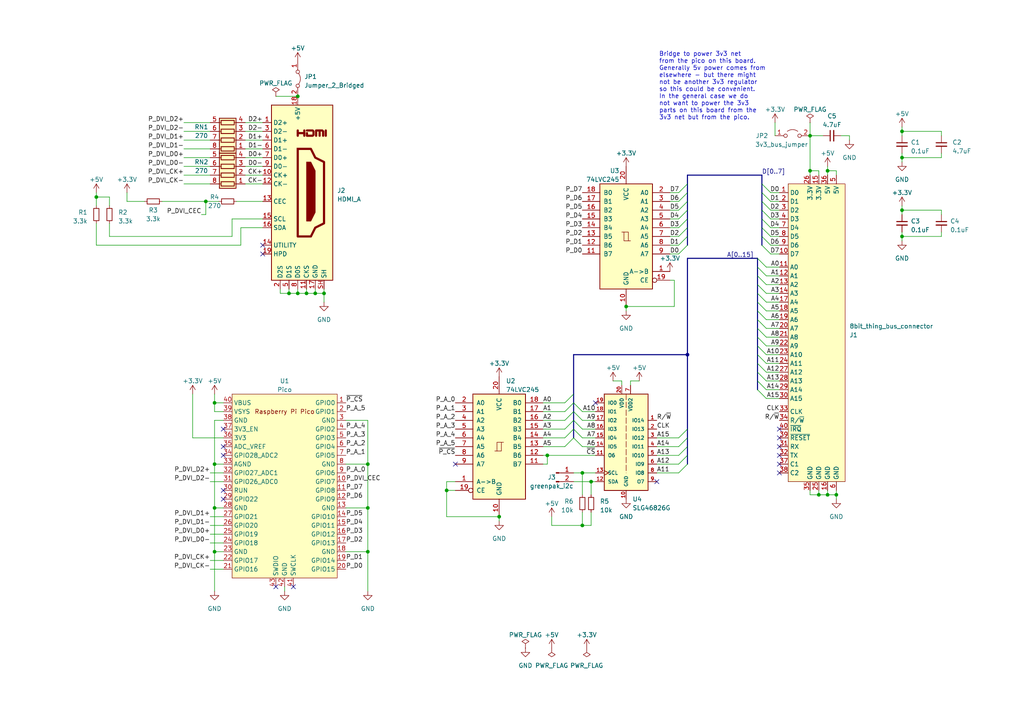
<source format=kicad_sch>
(kicad_sch (version 20230121) (generator eeschema)
  (paper "A4")
  (lib_symbols
    (symbol "74xx:74HC245" (pin_names (offset 1.016))
      (property "Reference" "U" (at -7.62 16.51 0))
      (property "Value" "74HC245" (at -7.62 -16.51 0))
      (symbol "74HC245_1_0"
        (polyline (pts (xy -0.635 -1.27) (xy -0.635 1.27) (xy 0.635 1.27)))
        (polyline (pts (xy -1.27 -1.27) (xy 0.635 -1.27) (xy 0.635 1.27) (xy 1.27 1.27)))
        (pin input line (at -12.7 -10.16 0) (length 5.08) (name "A->B") (number "1"))
        (pin power_in line (at 0 -20.32 90) (length 5.08) (name "GND") (number "10"))
        (pin tri_state line (at 12.7 -5.08 180) (length 5.08) (name "B7") (number "11"))
        (pin tri_state line (at 12.7 -2.54 180) (length 5.08) (name "B6") (number "12"))
        (pin tri_state line (at 12.7 0 180) (length 5.08) (name "B5") (number "13"))
        (pin tri_state line (at 12.7 2.54 180) (length 5.08) (name "B4") (number "14"))
        (pin tri_state line (at 12.7 5.08 180) (length 5.08) (name "B3") (number "15"))
        (pin tri_state line (at 12.7 7.62 180) (length 5.08) (name "B2") (number "16"))
        (pin tri_state line (at 12.7 10.16 180) (length 5.08) (name "B1") (number "17"))
        (pin tri_state line (at 12.7 12.7 180) (length 5.08) (name "B0") (number "18"))
        (pin input inverted (at -12.7 -12.7 0) (length 5.08) (name "CE") (number "19"))
        (pin tri_state line (at -12.7 12.7 0) (length 5.08) (name "A0") (number "2"))
        (pin power_in line (at 0 20.32 270) (length 5.08) (name "VCC") (number "20"))
        (pin tri_state line (at -12.7 10.16 0) (length 5.08) (name "A1") (number "3"))
        (pin tri_state line (at -12.7 7.62 0) (length 5.08) (name "A2") (number "4"))
        (pin tri_state line (at -12.7 5.08 0) (length 5.08) (name "A3") (number "5"))
        (pin tri_state line (at -12.7 2.54 0) (length 5.08) (name "A4") (number "6"))
        (pin tri_state line (at -12.7 0 0) (length 5.08) (name "A5") (number "7"))
        (pin tri_state line (at -12.7 -2.54 0) (length 5.08) (name "A6") (number "8"))
        (pin tri_state line (at -12.7 -5.08 0) (length 5.08) (name "A7") (number "9"))
      )
      (symbol "74HC245_1_1"
        (rectangle (start -7.62 15.24) (end 7.62 -15.24) (stroke (width 0.254)) (fill (type background)))
      )
    )
    (symbol "Connector:Conn_01x02_Pin" (pin_names (offset 1.016) hide)
      (property "Reference" "J" (at 0 2.54 0))
      (property "Value" "Conn_01x02_Pin" (at 0 -5.08 0))
      (symbol "Conn_01x02_Pin_1_1"
        (polyline (pts (xy 1.27 -2.54) (xy 0.8636 -2.54)) (stroke (width 0.1524)))
        (polyline (pts (xy 1.27 0) (xy 0.8636 0)) (stroke (width 0.1524)))
        (rectangle (start 0.8636 -2.413) (end 0 -2.667) (stroke (width 0.1524)) (fill (type outline)))
        (rectangle (start 0.8636 0.127) (end 0 -0.127) (stroke (width 0.1524)) (fill (type outline)))
        (pin passive line (at 5.08 0 180) (length 3.81) (name "Pin_1") (number "1"))
        (pin passive line (at 5.08 -2.54 180) (length 3.81) (name "Pin_2") (number "2"))
      )
    )
    (symbol "Connector:HDMI_A"
      (property "Reference" "J" (at -6.35 26.67 0))
      (property "Value" "HDMI_A" (at 10.16 26.67 0))
      (symbol "HDMI_A_0_0"
        (polyline (pts (xy 8.128 16.51) (xy 8.128 18.034)) (stroke (width 0.635)))
        (polyline (pts (xy 0 16.51) (xy 0 18.034) (xy 0 17.272) (xy 1.905 17.272) (xy 1.905 18.034) (xy 1.905 16.51)) (stroke (width 0.635)))
        (polyline (pts (xy 2.667 18.034) (xy 4.318 18.034) (xy 4.572 17.78) (xy 4.572 16.764) (xy 4.318 16.51) (xy 2.667 16.51) (xy 2.667 17.272)) (stroke (width 0.635)))
      )
      (symbol "HDMI_A_0_1"
        (rectangle (start -7.62 25.4) (end 10.16 -25.4) (stroke (width 0.254)) (fill (type background)))
        (polyline (pts (xy 2.54 8.89) (xy 3.81 8.89) (xy 5.08 6.35) (xy 5.08 -5.715) (xy 3.81 -8.255) (xy 2.54 -8.255) (xy 2.54 8.89)) (fill (type outline)))
        (polyline (pts (xy 5.334 16.51) (xy 5.334 18.034) (xy 6.35 18.034) (xy 6.35 16.51) (xy 6.35 18.034) (xy 7.112 18.034) (xy 7.366 17.78) (xy 7.366 16.51)) (stroke (width 0.635)))
        (polyline (pts (xy 0 12.7) (xy 0 -12.7) (xy 3.81 -12.7) (xy 5.08 -10.16) (xy 7.62 -8.89) (xy 7.62 8.89) (xy 5.08 10.16) (xy 3.81 12.7) (xy 0 12.7)) (stroke (width 0.635)))
      )
      (symbol "HDMI_A_1_1"
        (pin passive line (at -10.16 20.32 0) (length 2.54) (name "D2+") (number "1"))
        (pin passive line (at -10.16 5.08 0) (length 2.54) (name "CK+") (number "10"))
        (pin power_in line (at 2.54 -27.94 90) (length 2.54) (name "CKS") (number "11"))
        (pin passive line (at -10.16 2.54 0) (length 2.54) (name "CK-") (number "12"))
        (pin bidirectional line (at -10.16 -2.54 0) (length 2.54) (name "CEC") (number "13"))
        (pin passive line (at -10.16 -15.24 0) (length 2.54) (name "UTILITY") (number "14"))
        (pin passive line (at -10.16 -7.62 0) (length 2.54) (name "SCL") (number "15"))
        (pin bidirectional line (at -10.16 -10.16 0) (length 2.54) (name "SDA") (number "16"))
        (pin power_in line (at 5.08 -27.94 90) (length 2.54) (name "GND") (number "17"))
        (pin power_in line (at 0 27.94 270) (length 2.54) (name "+5V") (number "18"))
        (pin passive line (at -10.16 -17.78 0) (length 2.54) (name "HPD") (number "19"))
        (pin power_in line (at -5.08 -27.94 90) (length 2.54) (name "D2S") (number "2"))
        (pin passive line (at -10.16 17.78 0) (length 2.54) (name "D2-") (number "3"))
        (pin passive line (at -10.16 15.24 0) (length 2.54) (name "D1+") (number "4"))
        (pin power_in line (at -2.54 -27.94 90) (length 2.54) (name "D1S") (number "5"))
        (pin passive line (at -10.16 12.7 0) (length 2.54) (name "D1-") (number "6"))
        (pin passive line (at -10.16 10.16 0) (length 2.54) (name "D0+") (number "7"))
        (pin power_in line (at 0 -27.94 90) (length 2.54) (name "D0S") (number "8"))
        (pin passive line (at -10.16 7.62 0) (length 2.54) (name "D0-") (number "9"))
        (pin passive line (at 7.62 -27.94 90) (length 2.54) (name "SH") (number "SH"))
      )
    )
    (symbol "Device:C_Small" (pin_numbers hide) (pin_names (offset 0.254) hide)
      (property "Reference" "C" (at 0.254 1.778 0))
      (property "Value" "C_Small" (at 0.254 -2.032 0))
      (symbol "C_Small_0_1"
        (polyline (pts (xy -1.524 -0.508) (xy 1.524 -0.508)) (stroke (width 0.3302)))
        (polyline (pts (xy -1.524 0.508) (xy 1.524 0.508)) (stroke (width 0.3048)))
      )
      (symbol "C_Small_1_1"
        (pin passive line (at 0 2.54 270) (length 2.032) (name "~") (number "1"))
        (pin passive line (at 0 -2.54 90) (length 2.032) (name "~") (number "2"))
      )
    )
    (symbol "Device:R_Pack04" (pin_names (offset 0) hide)
      (property "Reference" "RN" (at -7.62 0 90))
      (property "Value" "R_Pack04" (at 5.08 0 90))
      (symbol "R_Pack04_0_1"
        (rectangle (start -6.35 -2.413) (end 3.81 2.413) (stroke (width 0.254)) (fill (type background)))
        (rectangle (start -5.715 1.905) (end -4.445 -1.905) (stroke (width 0.254)))
        (rectangle (start -3.175 1.905) (end -1.905 -1.905) (stroke (width 0.254)))
        (rectangle (start -0.635 1.905) (end 0.635 -1.905) (stroke (width 0.254)))
        (polyline (pts (xy -5.08 -2.54) (xy -5.08 -1.905)))
        (polyline (pts (xy -5.08 1.905) (xy -5.08 2.54)))
        (polyline (pts (xy -2.54 -2.54) (xy -2.54 -1.905)))
        (polyline (pts (xy -2.54 1.905) (xy -2.54 2.54)))
        (polyline (pts (xy 0 -2.54) (xy 0 -1.905)))
        (polyline (pts (xy 0 1.905) (xy 0 2.54)))
        (polyline (pts (xy 2.54 -2.54) (xy 2.54 -1.905)))
        (polyline (pts (xy 2.54 1.905) (xy 2.54 2.54)))
        (rectangle (start 1.905 1.905) (end 3.175 -1.905) (stroke (width 0.254)))
      )
      (symbol "R_Pack04_1_1"
        (pin passive line (at -5.08 -5.08 90) (length 2.54) (name "R1.1") (number "1"))
        (pin passive line (at -2.54 -5.08 90) (length 2.54) (name "R2.1") (number "2"))
        (pin passive line (at 0 -5.08 90) (length 2.54) (name "R3.1") (number "3"))
        (pin passive line (at 2.54 -5.08 90) (length 2.54) (name "R4.1") (number "4"))
        (pin passive line (at 2.54 5.08 270) (length 2.54) (name "R4.2") (number "5"))
        (pin passive line (at 0 5.08 270) (length 2.54) (name "R3.2") (number "6"))
        (pin passive line (at -2.54 5.08 270) (length 2.54) (name "R2.2") (number "7"))
        (pin passive line (at -5.08 5.08 270) (length 2.54) (name "R1.2") (number "8"))
      )
    )
    (symbol "Device:R_Small" (pin_numbers hide) (pin_names (offset 0.254) hide)
      (property "Reference" "R" (at 0.762 0.508 0))
      (property "Value" "R_Small" (at 0.762 -1.016 0))
      (symbol "R_Small_0_1"
        (rectangle (start -0.762 1.778) (end 0.762 -1.778) (stroke (width 0.2032)))
      )
      (symbol "R_Small_1_1"
        (pin passive line (at 0 2.54 270) (length 0.762) (name "~") (number "1"))
        (pin passive line (at 0 -2.54 90) (length 0.762) (name "~") (number "2"))
      )
    )
    (symbol "Jumper:Jumper_2_Bridged" (pin_names (offset 0) hide)
      (property "Reference" "JP" (at 0 1.905 0))
      (property "Value" "Jumper_2_Bridged" (at 0 -2.54 0))
      (symbol "Jumper_2_Bridged_0_0"
        (circle (center -2.032 0) (radius 0.508))
        (circle (center 2.032 0) (radius 0.508))
      )
      (symbol "Jumper_2_Bridged_0_1"
        (arc (start 1.524 0.254) (mid 0 0.762) (end -1.524 0.254))
      )
      (symbol "Jumper_2_Bridged_1_1"
        (pin passive line (at -5.08 0 0) (length 2.54) (name "A") (number "1"))
        (pin passive line (at 5.08 0 180) (length 2.54) (name "B") (number "2"))
      )
    )
    (symbol "Jumper:Jumper_2_Open" (pin_names (offset 0) hide)
      (property "Reference" "JP" (at 0 2.794 0))
      (property "Value" "Jumper_2_Open" (at 0 -2.286 0))
      (symbol "Jumper_2_Open_0_0"
        (circle (center -2.032 0) (radius 0.508))
        (circle (center 2.032 0) (radius 0.508))
      )
      (symbol "Jumper_2_Open_0_1"
        (arc (start 1.524 1.27) (mid 0 1.778) (end -1.524 1.27))
      )
      (symbol "Jumper_2_Open_1_1"
        (pin passive line (at -5.08 0 0) (length 2.54) (name "A") (number "1"))
        (pin passive line (at 5.08 0 180) (length 2.54) (name "B") (number "2"))
      )
    )
    (symbol "imported_symbols:Pico"
      (property "Reference" "U" (at -13.97 27.94 0))
      (property "Value" "Pico" (at 0 19.05 0))
      (symbol "Pico_0_0"
        (text "Raspberry Pi Pico" (at 0 21.59 0) (effects (font (size 1.27 1.27))))
      )
      (symbol "Pico_0_1"
        (rectangle (start -15.24 26.67) (end 15.24 -26.67) (fill (type background)))
      )
      (symbol "Pico_1_1"
        (pin bidirectional line (at -17.78 24.13 0) (length 2.54) (name "GPIO0") (number "1"))
        (pin bidirectional line (at -17.78 1.27 0) (length 2.54) (name "GPIO7") (number "10"))
        (pin bidirectional line (at -17.78 -1.27 0) (length 2.54) (name "GPIO8") (number "11"))
        (pin bidirectional line (at -17.78 -3.81 0) (length 2.54) (name "GPIO9") (number "12"))
        (pin power_in line (at -17.78 -6.35 0) (length 2.54) (name "GND") (number "13"))
        (pin bidirectional line (at -17.78 -8.89 0) (length 2.54) (name "GPIO10") (number "14"))
        (pin bidirectional line (at -17.78 -11.43 0) (length 2.54) (name "GPIO11") (number "15"))
        (pin bidirectional line (at -17.78 -13.97 0) (length 2.54) (name "GPIO12") (number "16"))
        (pin bidirectional line (at -17.78 -16.51 0) (length 2.54) (name "GPIO13") (number "17"))
        (pin power_in line (at -17.78 -19.05 0) (length 2.54) (name "GND") (number "18"))
        (pin bidirectional line (at -17.78 -21.59 0) (length 2.54) (name "GPIO14") (number "19"))
        (pin bidirectional line (at -17.78 21.59 0) (length 2.54) (name "GPIO1") (number "2"))
        (pin bidirectional line (at -17.78 -24.13 0) (length 2.54) (name "GPIO15") (number "20"))
        (pin bidirectional line (at 17.78 -24.13 180) (length 2.54) (name "GPIO16") (number "21"))
        (pin bidirectional line (at 17.78 -21.59 180) (length 2.54) (name "GPIO17") (number "22"))
        (pin power_in line (at 17.78 -19.05 180) (length 2.54) (name "GND") (number "23"))
        (pin bidirectional line (at 17.78 -16.51 180) (length 2.54) (name "GPIO18") (number "24"))
        (pin bidirectional line (at 17.78 -13.97 180) (length 2.54) (name "GPIO19") (number "25"))
        (pin bidirectional line (at 17.78 -11.43 180) (length 2.54) (name "GPIO20") (number "26"))
        (pin bidirectional line (at 17.78 -8.89 180) (length 2.54) (name "GPIO21") (number "27"))
        (pin power_in line (at 17.78 -6.35 180) (length 2.54) (name "GND") (number "28"))
        (pin bidirectional line (at 17.78 -3.81 180) (length 2.54) (name "GPIO22") (number "29"))
        (pin power_in line (at -17.78 19.05 0) (length 2.54) (name "GND") (number "3"))
        (pin input line (at 17.78 -1.27 180) (length 2.54) (name "RUN") (number "30"))
        (pin bidirectional line (at 17.78 1.27 180) (length 2.54) (name "GPIO26_ADC0") (number "31"))
        (pin bidirectional line (at 17.78 3.81 180) (length 2.54) (name "GPIO27_ADC1") (number "32"))
        (pin power_in line (at 17.78 6.35 180) (length 2.54) (name "AGND") (number "33"))
        (pin bidirectional line (at 17.78 8.89 180) (length 2.54) (name "GPIO28_ADC2") (number "34"))
        (pin power_in line (at 17.78 11.43 180) (length 2.54) (name "ADC_VREF") (number "35"))
        (pin power_in line (at 17.78 13.97 180) (length 2.54) (name "3V3") (number "36"))
        (pin input line (at 17.78 16.51 180) (length 2.54) (name "3V3_EN") (number "37"))
        (pin power_in line (at 17.78 19.05 180) (length 2.54) (name "GND") (number "38"))
        (pin power_in line (at 17.78 21.59 180) (length 2.54) (name "VSYS") (number "39"))
        (pin bidirectional line (at -17.78 16.51 0) (length 2.54) (name "GPIO2") (number "4"))
        (pin power_in line (at 17.78 24.13 180) (length 2.54) (name "VBUS") (number "40"))
        (pin input line (at -2.54 -29.21 90) (length 2.54) (name "SWCLK") (number "41"))
        (pin power_in line (at 0 -29.21 90) (length 2.54) (name "GND") (number "42"))
        (pin bidirectional line (at 2.54 -29.21 90) (length 2.54) (name "SWDIO") (number "43"))
        (pin bidirectional line (at -17.78 13.97 0) (length 2.54) (name "GPIO3") (number "5"))
        (pin bidirectional line (at -17.78 11.43 0) (length 2.54) (name "GPIO4") (number "6"))
        (pin bidirectional line (at -17.78 8.89 0) (length 2.54) (name "GPIO5") (number "7"))
        (pin power_in line (at -17.78 6.35 0) (length 2.54) (name "GND") (number "8"))
        (pin bidirectional line (at -17.78 3.81 0) (length 2.54) (name "GPIO6") (number "9"))
      )
    )
    (symbol "imported_symbols:SLG46826G" (pin_names (offset 1.016))
      (property "Reference" "U" (at 2.54 17.78 0))
      (property "Value" "SLG46826G" (at 2.54 15.24 0))
      (symbol "SLG46826G_0_0"
        (rectangle (start -6.35 13.97) (end 6.35 -13.97) (stroke (width 0.254)) (fill (type background)))
        (pin bidirectional line (at 8.89 6.35 180) (length 2.54) (name "IO14") (number "1"))
        (pin power_in line (at 0 -16.51 90) (length 2.54) (name "GND") (number "10"))
        (pin output line (at -8.89 -3.81 0) (length 2.54) (name "O6") (number "11"))
        (pin bidirectional line (at -8.89 -11.43 0) (length 2.54) (name "SDA") (number "12"))
        (pin input clock (at -8.89 -8.89 0) (length 2.54) (name "SCL") (number "13"))
        (pin bidirectional line (at -8.89 -1.27 0) (length 2.54) (name "IO5") (number "14"))
        (pin bidirectional line (at -8.89 1.27 0) (length 2.54) (name "IO4") (number "15"))
        (pin bidirectional line (at -8.89 3.81 0) (length 2.54) (name "IO3") (number "16"))
        (pin bidirectional line (at -8.89 6.35 0) (length 2.54) (name "IO2") (number "17"))
        (pin bidirectional line (at -8.89 8.89 0) (length 2.54) (name "IO1") (number "18"))
        (pin bidirectional line (at -8.89 11.43 0) (length 2.54) (name "IO0") (number "19"))
        (pin bidirectional line (at 8.89 3.81 180) (length 2.54) (name "IO13") (number "2"))
        (pin power_in line (at -1.27 16.51 270) (length 2.54) (name "VDD") (number "20"))
        (pin bidirectional line (at 8.89 1.27 180) (length 2.54) (name "IO12") (number "3"))
        (pin bidirectional line (at 8.89 -1.27 180) (length 2.54) (name "IO11") (number "4"))
        (pin bidirectional line (at 8.89 -3.81 180) (length 2.54) (name "IO10") (number "5"))
        (pin bidirectional line (at 8.89 -6.35 180) (length 2.54) (name "IO9") (number "6"))
        (pin power_in line (at 1.27 16.51 270) (length 2.54) (name "VDD2") (number "7"))
        (pin bidirectional line (at 8.89 -8.89 180) (length 2.54) (name "IO8") (number "8"))
        (pin output line (at 8.89 -11.43 180) (length 2.54) (name "O7") (number "9"))
      )
      (symbol "SLG46826G_0_1"
        (polyline (pts (xy 0 13.97) (xy 0 -8.89)) (stroke (width 0) (type dash)))
      )
    )
    (symbol "own_symbols:8bit_thing_bus_connector"
      (property "Reference" "J" (at 3.81 48.26 0))
      (property "Value" "8bit_thing_bus_connector" (at 15.24 50.8 0))
      (symbol "8bit_thing_bus_connector_0_0"
        (pin bidirectional line (at 10.16 19.05 180) (length 2.54) (name "A0") (number "11"))
        (pin bidirectional line (at 10.16 3.81 180) (length 2.54) (name "A6") (number "19"))
        (pin bidirectional line (at 10.16 -19.05 180) (length 2.54) (name "A15") (number "30"))
        (pin bidirectional line (at 10.16 -33.02 180) (length 2.54) (name "RX") (number "31"))
        (pin bidirectional line (at 10.16 -35.56 180) (length 2.54) (name "TX") (number "32"))
        (pin bidirectional line (at 10.16 -22.86 180) (length 2.54) (name "CLK") (number "33"))
        (pin bidirectional line (at 10.16 -25.4 180) (length 2.54) (name "R/~{W}") (number "34"))
        (pin bidirectional line (at 10.16 -38.1 180) (length 2.54) (name "C1") (number "37"))
        (pin bidirectional line (at 10.16 -40.64 180) (length 2.54) (name "C2") (number "38"))
        (pin bidirectional line (at 10.16 -30.48 180) (length 2.54) (name "~{RESET}") (number "39"))
        (pin bidirectional line (at 10.16 -27.94 180) (length 2.54) (name "~{IRQ}") (number "40"))
      )
      (symbol "8bit_thing_bus_connector_0_1"
        (rectangle (start -8.89 43.18) (end 7.62 -43.18) (fill (type background)))
      )
      (symbol "8bit_thing_bus_connector_1_1"
        (pin bidirectional line (at 10.16 40.64 180) (length 2.54) (name "D0") (number "1"))
        (pin bidirectional line (at 10.16 22.86 180) (length 2.54) (name "D7") (number "10"))
        (pin bidirectional line (at 10.16 16.51 180) (length 2.54) (name "A1") (number "12"))
        (pin bidirectional line (at 10.16 13.97 180) (length 2.54) (name "A2") (number "13"))
        (pin bidirectional line (at 10.16 11.43 180) (length 2.54) (name "A3") (number "14"))
        (pin power_in line (at -1.27 45.72 270) (length 2.54) (name "3.3V") (number "15"))
        (pin power_in line (at -3.81 -45.72 90) (length 2.54) (name "GND") (number "16"))
        (pin bidirectional line (at 10.16 8.89 180) (length 2.54) (name "A4") (number "17"))
        (pin bidirectional line (at 10.16 6.35 180) (length 2.54) (name "A5") (number "18"))
        (pin bidirectional line (at 10.16 38.1 180) (length 2.54) (name "D1") (number "2"))
        (pin bidirectional line (at 10.16 1.27 180) (length 2.54) (name "A7") (number "20"))
        (pin bidirectional line (at 10.16 -1.27 180) (length 2.54) (name "A8") (number "21"))
        (pin bidirectional line (at 10.16 -3.81 180) (length 2.54) (name "A9") (number "22"))
        (pin bidirectional line (at 10.16 -6.35 180) (length 2.54) (name "A10") (number "23"))
        (pin bidirectional line (at 10.16 -8.89 180) (length 2.54) (name "A11") (number "24"))
        (pin power_in line (at -1.27 -45.72 90) (length 2.54) (name "GND") (number "25"))
        (pin power_in line (at 1.27 45.72 270) (length 2.54) (name "3.3V") (number "26"))
        (pin bidirectional line (at 10.16 -11.43 180) (length 2.54) (name "A12") (number "27"))
        (pin bidirectional line (at 10.16 -13.97 180) (length 2.54) (name "A13") (number "28"))
        (pin bidirectional line (at 10.16 -16.51 180) (length 2.54) (name "A14") (number "29"))
        (pin bidirectional line (at 10.16 35.56 180) (length 2.54) (name "D2") (number "3"))
        (pin power_in line (at 1.27 -45.72 90) (length 2.54) (name "GND") (number "35"))
        (pin power_in line (at -3.81 45.72 270) (length 2.54) (name "5V") (number "36"))
        (pin bidirectional line (at 10.16 33.02 180) (length 2.54) (name "D3") (number "4"))
        (pin power_in line (at -6.35 45.72 270) (length 2.54) (name "5V") (number "5"))
        (pin power_in line (at -6.35 -45.72 90) (length 2.54) (name "GND") (number "6"))
        (pin bidirectional line (at 10.16 30.48 180) (length 2.54) (name "D4") (number "7"))
        (pin bidirectional line (at 10.16 27.94 180) (length 2.54) (name "D5") (number "8"))
        (pin bidirectional line (at 10.16 25.4 180) (length 2.54) (name "D6") (number "9"))
      )
    )
    (symbol "power:+3.3V" (power) (pin_names (offset 0))
      (property "Value" "+3.3V" (at 0 3.556 0))
      (symbol "+3.3V_0_1"
        (polyline (pts (xy -0.762 1.27) (xy 0 2.54)))
        (polyline (pts (xy 0 0) (xy 0 2.54)))
        (polyline (pts (xy 0 2.54) (xy 0.762 1.27)))
      )
      (symbol "+3.3V_1_1"
        (pin power_in line (at 0 0 90) (length 0) hide (name "+3.3V") (number "1"))
      )
    )
    (symbol "power:+5V" (power) (pin_names (offset 0))
      (property "Value" "+5V" (at 0 3.556 0))
      (symbol "+5V_0_1"
        (polyline (pts (xy -0.762 1.27) (xy 0 2.54)))
        (polyline (pts (xy 0 0) (xy 0 2.54)))
        (polyline (pts (xy 0 2.54) (xy 0.762 1.27)))
      )
      (symbol "+5V_1_1"
        (pin power_in line (at 0 0 90) (length 0) hide (name "+5V") (number "1"))
      )
    )
    (symbol "power:GND" (power) (pin_names (offset 0))
      (property "Value" "GND" (at 0 -3.81 0))
      (symbol "GND_0_1"
        (polyline (pts (xy 0 0) (xy 0 -1.27) (xy 1.27 -1.27) (xy 0 -2.54) (xy -1.27 -1.27) (xy 0 -1.27)))
      )
      (symbol "GND_1_1"
        (pin power_in line (at 0 0 270) (length 0) hide (name "GND") (number "1"))
      )
    )
    (symbol "power:PWR_FLAG" (power) (pin_numbers hide) (pin_names (offset 0) hide)
      (property "Value" "PWR_FLAG" (at 0 3.81 0))
      (symbol "PWR_FLAG_0_0"
        (pin power_out line (at 0 0 90) (length 0) (name "pwr") (number "1"))
      )
      (symbol "PWR_FLAG_0_1"
        (polyline (pts (xy 0 0) (xy 0 1.27) (xy -1.016 1.905) (xy 0 2.54) (xy 1.016 1.905) (xy 0 1.27)))
      )
    )
  )
  (junction (at 62.23 134.62))
  (junction (at 168.91 152.4))
  (junction (at 59.69 58.42))
  (junction (at 261.62 45.72))
  (junction (at 93.98 85.09))
  (junction (at 181.61 88.9))
  (junction (at 62.23 147.32))
  (junction (at 158.75 132.08))
  (junction (at 171.45 139.7))
  (junction (at 242.57 143.51))
  (junction (at 199.39 102.87))
  (junction (at 261.62 68.58))
  (junction (at 27.94 57.15))
  (junction (at 62.23 160.02))
  (junction (at 83.82 85.09))
  (junction (at 129.54 142.24))
  (junction (at 261.62 60.96))
  (junction (at 240.03 49.53))
  (junction (at 86.36 27.94))
  (junction (at 88.9 85.09))
  (junction (at 168.91 137.16))
  (junction (at 62.23 116.84))
  (junction (at 106.68 134.62))
  (junction (at 237.49 143.51))
  (junction (at 106.68 147.32))
  (junction (at 86.36 85.09))
  (junction (at 144.78 149.86))
  (junction (at 234.95 39.37))
  (junction (at 240.03 143.51))
  (junction (at 106.68 160.02))
  (junction (at 91.44 85.09))
  (junction (at 234.95 49.53))
  (junction (at 261.62 38.1))
  (no_connect (at 64.77 142.24))
  (no_connect (at 76.2 73.66))
  (no_connect (at 226.06 137.16))
  (no_connect (at 64.77 144.78))
  (no_connect (at 226.06 129.54))
  (no_connect (at 226.06 134.62))
  (no_connect (at 226.06 132.08))
  (no_connect (at 64.77 124.46))
  (no_connect (at 226.06 124.46))
  (no_connect (at 76.2 71.12))
  (no_connect (at 85.09 170.18))
  (no_connect (at 190.5 139.7))
  (no_connect (at 80.01 170.18))
  (no_connect (at 172.72 116.84))
  (no_connect (at 132.08 134.62))
  (no_connect (at 64.77 132.08))
  (no_connect (at 226.06 127))
  (no_connect (at 64.77 129.54))
  (bus_entry (at 219.71 105.41) (size 2.54 2.54))
  (bus_entry (at 219.71 82.55) (size 2.54 2.54))
  (bus_entry (at 219.71 110.49) (size 2.54 2.54))
  (bus_entry (at 166.37 119.38) (size -2.54 2.54))
  (bus_entry (at 220.98 55.88) (size 2.54 2.54))
  (bus_entry (at 199.39 63.5) (size -2.54 2.54))
  (bus_entry (at 199.39 55.88) (size -2.54 2.54))
  (bus_entry (at 199.39 129.54) (size -2.54 2.54))
  (bus_entry (at 219.71 107.95) (size 2.54 2.54))
  (bus_entry (at 199.39 58.42) (size -2.54 2.54))
  (bus_entry (at 220.98 58.42) (size 2.54 2.54))
  (bus_entry (at 166.37 124.46) (size -2.54 2.54))
  (bus_entry (at 199.39 66.04) (size -2.54 2.54))
  (bus_entry (at 199.39 68.58) (size -2.54 2.54))
  (bus_entry (at 220.98 53.34) (size 2.54 2.54))
  (bus_entry (at 199.39 124.46) (size -2.54 2.54))
  (bus_entry (at 166.37 127) (size 2.54 2.54))
  (bus_entry (at 199.39 60.96) (size -2.54 2.54))
  (bus_entry (at 219.71 80.01) (size 2.54 2.54))
  (bus_entry (at 199.39 134.62) (size -2.54 2.54))
  (bus_entry (at 219.71 85.09) (size 2.54 2.54))
  (bus_entry (at 220.98 60.96) (size 2.54 2.54))
  (bus_entry (at 219.71 95.25) (size 2.54 2.54))
  (bus_entry (at 166.37 121.92) (size -2.54 2.54))
  (bus_entry (at 219.71 90.17) (size 2.54 2.54))
  (bus_entry (at 220.98 66.04) (size 2.54 2.54))
  (bus_entry (at 166.37 121.92) (size 2.54 2.54))
  (bus_entry (at 199.39 53.34) (size -2.54 2.54))
  (bus_entry (at 220.98 63.5) (size 2.54 2.54))
  (bus_entry (at 166.37 119.38) (size 2.54 2.54))
  (bus_entry (at 219.71 74.93) (size 2.54 2.54))
  (bus_entry (at 219.71 100.33) (size 2.54 2.54))
  (bus_entry (at 219.71 87.63) (size 2.54 2.54))
  (bus_entry (at 199.39 132.08) (size -2.54 2.54))
  (bus_entry (at 219.71 77.47) (size 2.54 2.54))
  (bus_entry (at 199.39 127) (size -2.54 2.54))
  (bus_entry (at 220.98 71.12) (size 2.54 2.54))
  (bus_entry (at 219.71 113.03) (size 2.54 2.54))
  (bus_entry (at 166.37 127) (size -2.54 2.54))
  (bus_entry (at 166.37 114.3) (size -2.54 2.54))
  (bus_entry (at 199.39 71.12) (size -2.54 2.54))
  (bus_entry (at 166.37 116.84) (size -2.54 2.54))
  (bus_entry (at 220.98 68.58) (size 2.54 2.54))
  (bus_entry (at 219.71 97.79) (size 2.54 2.54))
  (bus_entry (at 166.37 116.84) (size 2.54 2.54))
  (bus_entry (at 219.71 92.71) (size 2.54 2.54))
  (bus_entry (at 219.71 102.87) (size 2.54 2.54))
  (bus_entry (at 166.37 124.46) (size 2.54 2.54))
  (bus (pts (xy 166.37 121.92) (xy 166.37 124.46)))
  (wire (pts (xy 234.95 39.37) (xy 234.95 49.53)))
  (wire (pts (xy 71.12 35.56) (xy 76.2 35.56)))
  (wire (pts (xy 190.5 132.08) (xy 196.85 132.08)))
  (wire (pts (xy 93.98 83.82) (xy 93.98 85.09)))
  (wire (pts (xy 168.91 129.54) (xy 172.72 129.54)))
  (wire (pts (xy 222.25 115.57) (xy 226.06 115.57)))
  (wire (pts (xy 81.28 85.09) (xy 83.82 85.09)))
  (wire (pts (xy 64.77 119.38) (xy 62.23 119.38)))
  (wire (pts (xy 242.57 144.78) (xy 242.57 143.51)))
  (bus (pts (xy 219.71 95.25) (xy 219.71 97.79)))
  (wire (pts (xy 261.62 59.69) (xy 261.62 60.96)))
  (wire (pts (xy 273.05 38.1) (xy 261.62 38.1)))
  (wire (pts (xy 67.31 68.58) (xy 67.31 63.5)))
  (wire (pts (xy 240.03 49.53) (xy 242.57 49.53)))
  (wire (pts (xy 196.85 58.42) (xy 194.31 58.42)))
  (wire (pts (xy 168.91 127) (xy 172.72 127)))
  (bus (pts (xy 166.37 102.87) (xy 166.37 114.3)))
  (wire (pts (xy 273.05 45.72) (xy 261.62 45.72)))
  (wire (pts (xy 171.45 148.59) (xy 171.45 152.4)))
  (wire (pts (xy 237.49 49.53) (xy 237.49 50.8)))
  (wire (pts (xy 261.62 69.85) (xy 261.62 68.58)))
  (bus (pts (xy 199.39 66.04) (xy 199.39 63.5)))
  (wire (pts (xy 53.34 40.64) (xy 60.96 40.64)))
  (wire (pts (xy 234.95 35.56) (xy 234.95 39.37)))
  (wire (pts (xy 242.57 49.53) (xy 242.57 50.8)))
  (wire (pts (xy 71.12 38.1) (xy 76.2 38.1)))
  (wire (pts (xy 171.45 139.7) (xy 172.72 139.7)))
  (wire (pts (xy 53.34 38.1) (xy 60.96 38.1)))
  (wire (pts (xy 185.42 110.49) (xy 182.88 110.49)))
  (bus (pts (xy 166.37 124.46) (xy 166.37 127)))
  (wire (pts (xy 53.34 53.34) (xy 60.96 53.34)))
  (wire (pts (xy 81.28 83.82) (xy 81.28 85.09)))
  (wire (pts (xy 273.05 39.37) (xy 273.05 38.1)))
  (bus (pts (xy 219.71 87.63) (xy 219.71 90.17)))
  (wire (pts (xy 106.68 121.92) (xy 106.68 134.62)))
  (wire (pts (xy 106.68 147.32) (xy 106.68 134.62)))
  (wire (pts (xy 223.52 63.5) (xy 226.06 63.5)))
  (wire (pts (xy 158.75 132.08) (xy 158.75 134.62)))
  (wire (pts (xy 62.23 147.32) (xy 62.23 160.02)))
  (wire (pts (xy 71.12 53.34) (xy 76.2 53.34)))
  (wire (pts (xy 60.96 157.48) (xy 64.77 157.48)))
  (wire (pts (xy 240.03 143.51) (xy 240.03 142.24)))
  (wire (pts (xy 60.96 162.56) (xy 64.77 162.56)))
  (wire (pts (xy 240.03 48.26) (xy 240.03 49.53)))
  (wire (pts (xy 196.85 73.66) (xy 194.31 73.66)))
  (wire (pts (xy 106.68 160.02) (xy 106.68 147.32)))
  (wire (pts (xy 88.9 83.82) (xy 88.9 85.09)))
  (wire (pts (xy 86.36 85.09) (xy 88.9 85.09)))
  (wire (pts (xy 55.88 114.3) (xy 55.88 127)))
  (bus (pts (xy 199.39 71.12) (xy 199.39 68.58)))
  (wire (pts (xy 168.91 121.92) (xy 172.72 121.92)))
  (wire (pts (xy 168.91 152.4) (xy 168.91 148.59)))
  (wire (pts (xy 27.94 57.15) (xy 31.75 57.15)))
  (wire (pts (xy 234.95 49.53) (xy 234.95 50.8)))
  (wire (pts (xy 53.34 45.72) (xy 60.96 45.72)))
  (wire (pts (xy 242.57 143.51) (xy 242.57 142.24)))
  (bus (pts (xy 199.39 50.8) (xy 220.98 50.8)))
  (bus (pts (xy 219.71 90.17) (xy 219.71 92.71)))
  (wire (pts (xy 273.05 44.45) (xy 273.05 45.72)))
  (wire (pts (xy 222.25 110.49) (xy 226.06 110.49)))
  (bus (pts (xy 219.71 80.01) (xy 219.71 82.55)))
  (wire (pts (xy 168.91 137.16) (xy 168.91 143.51)))
  (wire (pts (xy 88.9 85.09) (xy 91.44 85.09)))
  (wire (pts (xy 64.77 121.92) (xy 62.23 121.92)))
  (wire (pts (xy 261.62 68.58) (xy 261.62 67.31)))
  (wire (pts (xy 180.34 110.49) (xy 180.34 111.76)))
  (wire (pts (xy 234.95 143.51) (xy 237.49 143.51)))
  (wire (pts (xy 246.38 39.37) (xy 243.84 39.37)))
  (wire (pts (xy 100.33 121.92) (xy 106.68 121.92)))
  (bus (pts (xy 199.39 68.58) (xy 199.39 66.04)))
  (wire (pts (xy 60.96 152.4) (xy 64.77 152.4)))
  (bus (pts (xy 219.71 105.41) (xy 219.71 107.95)))
  (wire (pts (xy 80.01 27.94) (xy 86.36 27.94)))
  (wire (pts (xy 86.36 83.82) (xy 86.36 85.09)))
  (wire (pts (xy 100.33 147.32) (xy 106.68 147.32)))
  (wire (pts (xy 168.91 119.38) (xy 172.72 119.38)))
  (wire (pts (xy 261.62 36.83) (xy 261.62 38.1)))
  (bus (pts (xy 199.39 60.96) (xy 199.39 58.42)))
  (wire (pts (xy 62.23 121.92) (xy 62.23 134.62)))
  (wire (pts (xy 223.52 66.04) (xy 226.06 66.04)))
  (wire (pts (xy 71.12 48.26) (xy 76.2 48.26)))
  (wire (pts (xy 157.48 121.92) (xy 163.83 121.92)))
  (wire (pts (xy 196.85 71.12) (xy 194.31 71.12)))
  (wire (pts (xy 237.49 143.51) (xy 240.03 143.51)))
  (bus (pts (xy 199.39 74.93) (xy 199.39 102.87)))
  (wire (pts (xy 132.08 139.7) (xy 129.54 139.7)))
  (bus (pts (xy 219.71 102.87) (xy 219.71 105.41)))
  (wire (pts (xy 158.75 132.08) (xy 157.48 132.08)))
  (wire (pts (xy 83.82 85.09) (xy 86.36 85.09)))
  (bus (pts (xy 199.39 102.87) (xy 199.39 124.46)))
  (wire (pts (xy 157.48 119.38) (xy 163.83 119.38)))
  (wire (pts (xy 46.99 58.42) (xy 59.69 58.42)))
  (wire (pts (xy 223.52 68.58) (xy 226.06 68.58)))
  (wire (pts (xy 69.85 66.04) (xy 69.85 71.12)))
  (wire (pts (xy 234.95 49.53) (xy 237.49 49.53)))
  (wire (pts (xy 223.52 55.88) (xy 226.06 55.88)))
  (wire (pts (xy 91.44 83.82) (xy 91.44 85.09)))
  (wire (pts (xy 195.58 88.9) (xy 181.61 88.9)))
  (wire (pts (xy 129.54 139.7) (xy 129.54 142.24)))
  (bus (pts (xy 220.98 60.96) (xy 220.98 58.42)))
  (wire (pts (xy 62.23 114.3) (xy 62.23 116.84)))
  (bus (pts (xy 199.39 50.8) (xy 199.39 53.34)))
  (wire (pts (xy 157.48 116.84) (xy 163.83 116.84)))
  (wire (pts (xy 223.52 73.66) (xy 226.06 73.66)))
  (wire (pts (xy 71.12 50.8) (xy 76.2 50.8)))
  (wire (pts (xy 222.25 82.55) (xy 226.06 82.55)))
  (wire (pts (xy 68.58 58.42) (xy 76.2 58.42)))
  (wire (pts (xy 64.77 147.32) (xy 62.23 147.32)))
  (wire (pts (xy 222.25 100.33) (xy 226.06 100.33)))
  (wire (pts (xy 261.62 44.45) (xy 261.62 45.72)))
  (wire (pts (xy 160.02 152.4) (xy 160.02 149.86)))
  (wire (pts (xy 53.34 43.18) (xy 60.96 43.18)))
  (bus (pts (xy 220.98 63.5) (xy 220.98 60.96)))
  (bus (pts (xy 219.71 100.33) (xy 219.71 102.87)))
  (bus (pts (xy 219.71 85.09) (xy 219.71 87.63)))
  (wire (pts (xy 196.85 68.58) (xy 194.31 68.58)))
  (wire (pts (xy 60.96 137.16) (xy 64.77 137.16)))
  (wire (pts (xy 234.95 143.51) (xy 234.95 142.24)))
  (wire (pts (xy 196.85 66.04) (xy 194.31 66.04)))
  (bus (pts (xy 166.37 102.87) (xy 199.39 102.87)))
  (bus (pts (xy 219.71 77.47) (xy 219.71 80.01)))
  (bus (pts (xy 199.39 129.54) (xy 199.39 132.08)))
  (wire (pts (xy 222.25 97.79) (xy 226.06 97.79)))
  (wire (pts (xy 157.48 127) (xy 163.83 127)))
  (wire (pts (xy 222.25 102.87) (xy 226.06 102.87)))
  (wire (pts (xy 36.83 55.88) (xy 36.83 58.42)))
  (wire (pts (xy 168.91 152.4) (xy 171.45 152.4)))
  (wire (pts (xy 222.25 95.25) (xy 226.06 95.25)))
  (wire (pts (xy 60.96 165.1) (xy 64.77 165.1)))
  (wire (pts (xy 27.94 59.69) (xy 27.94 57.15)))
  (wire (pts (xy 223.52 58.42) (xy 226.06 58.42)))
  (wire (pts (xy 62.23 134.62) (xy 62.23 147.32)))
  (bus (pts (xy 219.71 92.71) (xy 219.71 95.25)))
  (bus (pts (xy 220.98 66.04) (xy 220.98 63.5)))
  (bus (pts (xy 166.37 116.84) (xy 166.37 119.38)))
  (wire (pts (xy 158.75 134.62) (xy 157.48 134.62)))
  (wire (pts (xy 160.02 152.4) (xy 168.91 152.4)))
  (wire (pts (xy 222.25 92.71) (xy 226.06 92.71)))
  (wire (pts (xy 181.61 90.17) (xy 181.61 88.9)))
  (wire (pts (xy 71.12 43.18) (xy 76.2 43.18)))
  (wire (pts (xy 246.38 40.64) (xy 246.38 39.37)))
  (wire (pts (xy 222.25 113.03) (xy 226.06 113.03)))
  (wire (pts (xy 238.76 39.37) (xy 234.95 39.37)))
  (wire (pts (xy 27.94 55.88) (xy 27.94 57.15)))
  (wire (pts (xy 71.12 40.64) (xy 76.2 40.64)))
  (bus (pts (xy 220.98 55.88) (xy 220.98 53.34)))
  (wire (pts (xy 166.37 139.7) (xy 171.45 139.7)))
  (wire (pts (xy 261.62 60.96) (xy 261.62 62.23)))
  (wire (pts (xy 27.94 64.77) (xy 27.94 71.12)))
  (wire (pts (xy 106.68 171.45) (xy 106.68 160.02)))
  (wire (pts (xy 182.88 110.49) (xy 182.88 111.76)))
  (wire (pts (xy 240.03 49.53) (xy 240.03 50.8)))
  (wire (pts (xy 196.85 63.5) (xy 194.31 63.5)))
  (wire (pts (xy 62.23 134.62) (xy 64.77 134.62)))
  (wire (pts (xy 196.85 55.88) (xy 194.31 55.88)))
  (wire (pts (xy 261.62 45.72) (xy 261.62 46.99)))
  (bus (pts (xy 220.98 58.42) (xy 220.98 55.88)))
  (bus (pts (xy 220.98 68.58) (xy 220.98 66.04)))
  (bus (pts (xy 199.39 58.42) (xy 199.39 55.88)))
  (bus (pts (xy 199.39 127) (xy 199.39 129.54)))
  (wire (pts (xy 69.85 71.12) (xy 27.94 71.12)))
  (bus (pts (xy 199.39 74.93) (xy 219.71 74.93)))
  (wire (pts (xy 223.52 71.12) (xy 226.06 71.12)))
  (wire (pts (xy 222.25 85.09) (xy 226.06 85.09)))
  (wire (pts (xy 129.54 142.24) (xy 129.54 149.86)))
  (wire (pts (xy 222.25 87.63) (xy 226.06 87.63)))
  (wire (pts (xy 222.25 107.95) (xy 226.06 107.95)))
  (wire (pts (xy 190.5 137.16) (xy 196.85 137.16)))
  (wire (pts (xy 83.82 83.82) (xy 83.82 85.09)))
  (wire (pts (xy 222.25 105.41) (xy 226.06 105.41)))
  (wire (pts (xy 168.91 124.46) (xy 172.72 124.46)))
  (wire (pts (xy 190.5 134.62) (xy 196.85 134.62)))
  (wire (pts (xy 59.69 62.23) (xy 59.69 58.42)))
  (wire (pts (xy 100.33 134.62) (xy 106.68 134.62)))
  (bus (pts (xy 220.98 71.12) (xy 220.98 68.58)))
  (bus (pts (xy 219.71 82.55) (xy 219.71 85.09)))
  (bus (pts (xy 220.98 53.34) (xy 220.98 50.8)))
  (wire (pts (xy 71.12 45.72) (xy 76.2 45.72)))
  (wire (pts (xy 223.52 60.96) (xy 226.06 60.96)))
  (bus (pts (xy 199.39 124.46) (xy 199.39 127)))
  (wire (pts (xy 60.96 149.86) (xy 64.77 149.86)))
  (wire (pts (xy 261.62 60.96) (xy 273.05 60.96)))
  (wire (pts (xy 64.77 116.84) (xy 62.23 116.84)))
  (wire (pts (xy 62.23 119.38) (xy 62.23 116.84)))
  (wire (pts (xy 196.85 60.96) (xy 194.31 60.96)))
  (bus (pts (xy 166.37 119.38) (xy 166.37 121.92)))
  (wire (pts (xy 157.48 129.54) (xy 163.83 129.54)))
  (wire (pts (xy 158.75 132.08) (xy 172.72 132.08)))
  (wire (pts (xy 31.75 68.58) (xy 67.31 68.58)))
  (wire (pts (xy 195.58 81.28) (xy 195.58 88.9)))
  (wire (pts (xy 67.31 63.5) (xy 76.2 63.5)))
  (wire (pts (xy 129.54 142.24) (xy 132.08 142.24)))
  (bus (pts (xy 219.71 97.79) (xy 219.71 100.33)))
  (wire (pts (xy 237.49 143.51) (xy 237.49 142.24)))
  (bus (pts (xy 199.39 63.5) (xy 199.39 60.96)))
  (wire (pts (xy 190.5 129.54) (xy 196.85 129.54)))
  (wire (pts (xy 31.75 68.58) (xy 31.75 64.77)))
  (wire (pts (xy 224.79 35.56) (xy 224.79 39.37)))
  (wire (pts (xy 222.25 80.01) (xy 226.06 80.01)))
  (wire (pts (xy 195.58 81.28) (xy 194.31 81.28)))
  (wire (pts (xy 93.98 85.09) (xy 91.44 85.09)))
  (wire (pts (xy 168.91 137.16) (xy 172.72 137.16)))
  (wire (pts (xy 53.34 48.26) (xy 60.96 48.26)))
  (wire (pts (xy 222.25 90.17) (xy 226.06 90.17)))
  (bus (pts (xy 199.39 55.88) (xy 199.39 53.34)))
  (wire (pts (xy 93.98 87.63) (xy 93.98 85.09)))
  (wire (pts (xy 166.37 137.16) (xy 168.91 137.16)))
  (wire (pts (xy 100.33 160.02) (xy 106.68 160.02)))
  (bus (pts (xy 166.37 114.3) (xy 166.37 116.84)))
  (wire (pts (xy 261.62 38.1) (xy 261.62 39.37)))
  (wire (pts (xy 60.96 139.7) (xy 64.77 139.7)))
  (bus (pts (xy 199.39 132.08) (xy 199.39 134.62)))
  (wire (pts (xy 69.85 66.04) (xy 76.2 66.04)))
  (wire (pts (xy 60.96 154.94) (xy 64.77 154.94)))
  (wire (pts (xy 177.8 110.49) (xy 180.34 110.49)))
  (wire (pts (xy 171.45 139.7) (xy 171.45 143.51)))
  (wire (pts (xy 36.83 58.42) (xy 41.91 58.42)))
  (wire (pts (xy 129.54 149.86) (xy 144.78 149.86)))
  (wire (pts (xy 59.69 58.42) (xy 63.5 58.42)))
  (bus (pts (xy 219.71 110.49) (xy 219.71 113.03)))
  (wire (pts (xy 261.62 68.58) (xy 273.05 68.58)))
  (wire (pts (xy 222.25 77.47) (xy 226.06 77.47)))
  (wire (pts (xy 62.23 171.45) (xy 62.23 160.02)))
  (wire (pts (xy 55.88 127) (xy 64.77 127)))
  (wire (pts (xy 157.48 124.46) (xy 163.83 124.46)))
  (wire (pts (xy 273.05 68.58) (xy 273.05 67.31)))
  (wire (pts (xy 240.03 143.51) (xy 242.57 143.51)))
  (wire (pts (xy 62.23 160.02) (xy 64.77 160.02)))
  (wire (pts (xy 53.34 50.8) (xy 60.96 50.8)))
  (wire (pts (xy 31.75 57.15) (xy 31.75 59.69)))
  (bus (pts (xy 219.71 107.95) (xy 219.71 110.49)))
  (wire (pts (xy 273.05 60.96) (xy 273.05 62.23)))
  (wire (pts (xy 190.5 127) (xy 196.85 127)))
  (bus (pts (xy 219.71 74.93) (xy 219.71 77.47)))
  (wire (pts (xy 53.34 35.56) (xy 60.96 35.56)))
  (wire (pts (xy 82.55 171.45) (xy 82.55 170.18)))
  (wire (pts (xy 144.78 151.13) (xy 144.78 149.86)))
  (wire (pts (xy 58.42 62.23) (xy 59.69 62.23)))
  (text "Bridge to power 3v3 net\nfrom the pico on this board.\nGenerally 5v power comes from\nelsewhere - but there might\nnot be another 3v3 regulator\nso this could be convenient.\nIn the general case we do\nnot want to power the 3v3\nparts on this board from the\n3v3 net but from the pico." (at 191.135 34.925 0) (effects (font (size 1.27 1.27)) (justify left bottom)))
  (label "P_DVI_D0+" (at 53.34 45.72 180))
  (label "P_A_2" (at 132.08 121.92 180))
  (label "P_D3" (at 168.91 66.04 180))
  (label "P_A_0" (at 132.08 116.84 180))
  (label "~{CS}" (at 172.72 132.08 180))
  (label "D0+" (at 76.2 45.72 180))
  (label "A3" (at 226.06 85.09 180))
  (label "A3" (at 157.48 124.46 0))
  (label "CK-" (at 76.2 53.34 180))
  (label "P_DVI_CK-" (at 53.34 53.34 180))
  (label "D7" (at 194.31 55.88 0))
  (label "A5" (at 157.48 129.54 0))
  (label "P_A_2" (at 100.33 129.54 0))
  (label "~{P_CS}" (at 132.08 132.08 180))
  (label "P_DVI_CK+" (at 53.34 50.8 180))
  (label "P_A_5" (at 100.33 119.38 0))
  (label "D6" (at 194.31 58.42 0))
  (label "D2" (at 194.31 68.58 0))
  (label "A6" (at 226.06 92.71 180))
  (label "D7" (at 226.06 73.66 180))
  (label "P_A_3" (at 132.08 124.46 180))
  (label "A7" (at 172.72 127 180))
  (label "P_DVI_D1+" (at 60.96 149.86 180))
  (label "A4" (at 157.48 127 0))
  (label "P_A_1" (at 100.33 132.08 0))
  (label "A13" (at 190.5 132.08 0))
  (label "D2+" (at 76.2 35.56 180))
  (label "CLK" (at 226.06 119.38 180))
  (label "A5" (at 226.06 90.17 180))
  (label "D[0..7]" (at 220.98 50.8 0))
  (label "P_DVI_D0-" (at 60.96 157.48 180))
  (label "D2-" (at 76.2 38.1 180))
  (label "P_DVI_D2-" (at 60.96 139.7 180))
  (label "A2" (at 157.48 121.92 0))
  (label "P_A_4" (at 132.08 127 180))
  (label "P_DVI_CEC" (at 58.42 62.23 180))
  (label "A12" (at 190.5 134.62 0))
  (label "P_DVI_CEC" (at 100.33 139.7 0))
  (label "P_D4" (at 168.91 63.5 180))
  (label "A9" (at 172.72 121.92 180))
  (label "P_DVI_CK+" (at 60.96 162.56 180))
  (label "A[0..15]" (at 210.82 74.93 0))
  (label "A0" (at 157.48 116.84 0))
  (label "D0-" (at 76.2 48.26 180))
  (label "A8" (at 226.06 97.79 180))
  (label "P_DVI_D0-" (at 53.34 48.26 180))
  (label "P_D0" (at 100.33 165.1 0))
  (label "P_D0" (at 168.91 73.66 180))
  (label "P_A_3" (at 100.33 127 0))
  (label "D5" (at 226.06 68.58 180))
  (label "P_D2" (at 168.91 68.58 180))
  (label "D1" (at 194.31 71.12 0))
  (label "A8" (at 172.72 124.46 180))
  (label "~{P_CS}" (at 100.33 116.84 0))
  (label "D4" (at 226.06 66.04 180))
  (label "D1-" (at 76.2 43.18 180))
  (label "P_A_0" (at 100.33 137.16 0))
  (label "P_D6" (at 100.33 144.78 0))
  (label "A13" (at 226.06 110.49 180))
  (label "P_DVI_D1-" (at 60.96 152.4 180))
  (label "D3" (at 226.06 63.5 180))
  (label "A10" (at 172.72 119.38 180))
  (label "A9" (at 226.06 100.33 180))
  (label "P_D7" (at 168.91 55.88 180))
  (label "D0" (at 194.31 73.66 0))
  (label "A12" (at 226.06 107.95 180))
  (label "CK+" (at 76.2 50.8 180))
  (label "A15" (at 226.06 115.57 180))
  (label "D0" (at 226.06 55.88 180))
  (label "P_D6" (at 168.91 58.42 180))
  (label "CLK" (at 190.5 124.46 0))
  (label "P_D1" (at 100.33 162.56 0))
  (label "D1" (at 226.06 58.42 180))
  (label "D5" (at 194.31 60.96 0))
  (label "A2" (at 226.06 82.55 180))
  (label "P_DVI_D2+" (at 53.34 35.56 180))
  (label "A14" (at 226.06 113.03 180))
  (label "A11" (at 226.06 105.41 180))
  (label "P_D1" (at 168.91 71.12 180))
  (label "P_D3" (at 100.33 154.94 0))
  (label "P_D5" (at 168.91 60.96 180))
  (label "D2" (at 226.06 60.96 180))
  (label "D1+" (at 76.2 40.64 180))
  (label "A11" (at 190.5 137.16 0))
  (label "P_DVI_D1+" (at 53.34 40.64 180))
  (label "P_DVI_D1-" (at 53.34 43.18 180))
  (label "P_DVI_CK-" (at 60.96 165.1 180))
  (label "D6" (at 226.06 71.12 180))
  (label "R{slash}~{W}" (at 226.06 121.92 180))
  (label "A10" (at 226.06 102.87 180))
  (label "A14" (at 190.5 129.54 0))
  (label "P_A_5" (at 132.08 129.54 180))
  (label "D4" (at 194.31 63.5 0))
  (label "A4" (at 226.06 87.63 180))
  (label "P_A_1" (at 132.08 119.38 180))
  (label "A7" (at 226.06 95.25 180))
  (label "P_D2" (at 100.33 157.48 0))
  (label "P_DVI_D2+" (at 60.96 137.16 180))
  (label "A6" (at 172.72 129.54 180))
  (label "P_D7" (at 100.33 142.24 0))
  (label "R{slash}~{W}" (at 190.5 121.92 0))
  (label "P_D4" (at 100.33 152.4 0))
  (label "A15" (at 190.5 127 0))
  (label "P_D5" (at 100.33 149.86 0))
  (label "P_A_4" (at 100.33 124.46 0))
  (label "A1" (at 157.48 119.38 0))
  (label "P_DVI_D2-" (at 53.34 38.1 180))
  (label "D3" (at 194.31 66.04 0))
  (label "P_DVI_D0+" (at 60.96 154.94 180))
  (label "A1" (at 226.06 80.01 180))
  (label "A0" (at 226.06 77.47 180))
  (symbol (lib_id "power:GND") (at 246.38 40.64 0) (mirror y) (unit 1)
    (property "Reference" "#PWR029" (effects hide))
    (property "Value" "GND" (at 246.38 45.72 0))
  )
  (symbol (lib_id "Jumper:Jumper_2_Bridged") (at 86.36 22.86 270) (unit 1)
    (property "Reference" "JP1" (at 88.265 22.225 90) (effects (justify left)))
    (property "Value" "Jumper_2_Bridged" (at 88.265 24.765 90) (effects (justify left)))
    (property "Footprint" "Resistor_SMD:R_0805_2012Metric_Pad1.20x1.40mm_HandSolder" (effects hide))
  )
  (symbol (lib_id "74xx:74HC245") (at 144.78 129.54 0) (unit 1)
    (property "Reference" "U2" (at 146.7359 110.49 0) (effects (justify left)))
    (property "Value" "74LVC245" (at 146.7359 113.03 0) (effects (justify left)))
    (property "Footprint" "Package_SO:TSSOP-20_4.4x6.5mm_P0.65mm" (effects hide))
    (property "Datasheet" "http://www.ti.com/lit/gpn/sn74HC245" (effects hide))
  )
  (symbol (lib_id "power:GND") (at 93.98 87.63 0) (unit 1)
    (property "Reference" "#PWR07" (effects hide))
    (property "Value" "GND" (at 93.98 92.71 0))
  )
  (symbol (lib_id "power:PWR_FLAG") (at 152.4 187.96 0) (unit 1)
    (property "Reference" "#FLG01" (effects hide))
    (property "Value" "PWR_FLAG" (at 152.4 184.15 0))
  )
  (symbol (lib_id "Device:R_Pack04") (at 66.04 48.26 90) (unit 1)
    (property "Reference" "RN2" (at 58.42 46.99 90))
    (property "Value" "270" (at 58.42 49.53 90))
    (property "Footprint" "Resistor_SMD:R_Array_Concave_4x0603" (effects hide))
  )
  (symbol (lib_id "Device:R_Small") (at 31.75 62.23 0) (unit 1)
    (property "Reference" "R2" (at 34.29 61.595 0) (effects (justify left)))
    (property "Value" "3.3k" (at 34.29 64.135 0) (effects (justify left)))
    (property "Footprint" "Resistor_SMD:R_0805_2012Metric_Pad1.20x1.40mm_HandSolder" (effects hide))
  )
  (symbol (lib_id "power:GND") (at 144.78 151.13 0) (unit 1)
    (property "Reference" "#PWR010" (effects hide))
    (property "Value" "GND" (at 144.78 156.21 0))
  )
  (symbol (lib_id "imported_symbols:Pico") (at 82.55 140.97 0) (mirror y) (unit 1)
    (property "Reference" "U1" (at 82.55 110.49 0))
    (property "Value" "Pico" (at 82.55 113.03 0))
    (property "Footprint" "imported_footprints:RPi_Pico_SMD_TH" (effects hide))
  )
  (symbol (lib_id "power:+5V") (at 177.8 110.49 0) (unit 1)
    (property "Reference" "#PWR014" (effects hide))
    (property "Value" "+5V" (at 177.8 106.68 0))
  )
  (symbol (lib_id "power:GND") (at 62.23 171.45 0) (mirror y) (unit 1)
    (property "Reference" "#PWR04" (effects hide))
    (property "Value" "GND" (at 62.23 176.53 0))
  )
  (symbol (lib_id "power:PWR_FLAG") (at 234.95 35.56 0) (unit 1)
    (property "Reference" "#FLG05" (effects hide))
    (property "Value" "PWR_FLAG" (at 234.95 31.75 0))
  )
  (symbol (lib_id "Connector:HDMI_A") (at 86.36 55.88 0) (unit 1)
    (property "Reference" "J2" (at 97.79 55.245 0) (effects (justify left)))
    (property "Value" "HDMI_A" (at 97.79 57.785 0) (effects (justify left)))
    (property "Footprint" "Connector_HDMI:HDMI_A_Amphenol_10029449-x01xLF_Horizontal" (effects hide))
    (property "Datasheet" "https://en.wikipedia.org/wiki/HDMI" (effects hide))
  )
  (symbol (lib_id "power:+3.3V") (at 36.83 55.88 0) (unit 1)
    (property "Reference" "#PWR028" (effects hide))
    (property "Value" "+3.3V" (at 36.83 52.07 0))
  )
  (symbol (lib_id "power:PWR_FLAG") (at 160.02 187.96 180) (unit 1)
    (property "Reference" "#FLG02" (effects hide))
    (property "Value" "PWR_FLAG" (at 160.02 193.04 0))
  )
  (symbol (lib_id "Device:C_Small") (at 241.3 39.37 90) (unit 1)
    (property "Reference" "C5" (at 241.3063 33.655 90))
    (property "Value" "4.7uF" (at 241.3063 36.195 90))
    (property "Footprint" "Capacitor_SMD:C_0805_2012Metric_Pad1.18x1.45mm_HandSolder" (effects hide))
  )
  (symbol (lib_id "Device:C_Small") (at 261.62 41.91 0) (unit 1)
    (property "Reference" "C1" (at 264.16 41.2813 0) (effects (justify left)))
    (property "Value" "0.1uF" (at 264.16 43.8213 0) (effects (justify left)))
    (property "Footprint" "Capacitor_SMD:C_0805_2012Metric_Pad1.18x1.45mm_HandSolder" (effects hide))
  )
  (symbol (lib_id "Device:R_Small") (at 27.94 62.23 0) (unit 1)
    (property "Reference" "R1" (at 25.4 61.595 0) (effects (justify right)))
    (property "Value" "3.3k" (at 25.4 64.135 0) (effects (justify right)))
    (property "Footprint" "Resistor_SMD:R_0805_2012Metric_Pad1.20x1.40mm_HandSolder" (effects hide))
  )
  (symbol (lib_id "power:+5V") (at 185.42 110.49 0) (unit 1)
    (property "Reference" "#PWR018" (effects hide))
    (property "Value" "+5V" (at 185.42 106.68 0))
  )
  (symbol (lib_id "power:+5V") (at 240.03 48.26 0) (unit 1)
    (property "Reference" "#PWR021" (effects hide))
    (property "Value" "+5V" (at 240.03 44.45 0))
  )
  (symbol (lib_id "power:PWR_FLAG") (at 80.01 27.94 0) (unit 1)
    (property "Reference" "#FLG04" (effects hide))
    (property "Value" "PWR_FLAG" (at 80.01 24.13 0))
  )
  (symbol (lib_id "power:GND") (at 181.61 90.17 0) (unit 1)
    (property "Reference" "#PWR016" (effects hide))
    (property "Value" "GND" (at 181.61 95.25 0))
  )
  (symbol (lib_id "power:GND") (at 106.68 171.45 0) (mirror y) (unit 1)
    (property "Reference" "#PWR08" (effects hide))
    (property "Value" "GND" (at 106.68 176.53 0))
  )
  (symbol (lib_id "power:GND") (at 242.57 144.78 0) (unit 1)
    (property "Reference" "#PWR022" (effects hide))
    (property "Value" "GND" (at 242.57 149.86 0))
  )
  (symbol (lib_id "74xx:74HC245") (at 181.61 68.58 0) (mirror y) (unit 1)
    (property "Reference" "U3" (at 179.6541 49.53 0) (effects (justify left)))
    (property "Value" "74LVC245" (at 179.6541 52.07 0) (effects (justify left)))
    (property "Footprint" "Package_SO:TSSOP-20_4.4x6.5mm_P0.65mm" (effects hide))
    (property "Datasheet" "http://www.ti.com/lit/gpn/sn74HC245" (effects hide))
  )
  (symbol (lib_id "power:+3.3V") (at 261.62 59.69 0) (mirror y) (unit 1)
    (property "Reference" "#PWR023" (effects hide))
    (property "Value" "+3.3V" (at 261.62 55.88 0))
  )
  (symbol (lib_id "Device:R_Small") (at 66.04 58.42 270) (mirror x) (unit 1)
    (property "Reference" "R4" (at 62.23 57.15 90))
    (property "Value" "270" (at 62.23 59.69 90))
    (property "Footprint" "Resistor_SMD:R_0805_2012Metric_Pad1.20x1.40mm_HandSolder" (effects hide))
  )
  (symbol (lib_id "power:+5V") (at 160.02 149.86 0) (mirror y) (unit 1)
    (property "Reference" "#PWR025" (effects hide))
    (property "Value" "+5V" (at 160.02 146.05 0))
  )
  (symbol (lib_id "power:+5V") (at 86.36 17.78 0) (unit 1)
    (property "Reference" "#PWR06" (effects hide))
    (property "Value" "+5V" (at 86.36 13.97 0))
  )
  (symbol (lib_id "own_symbols:8bit_thing_bus_connector") (at 236.22 96.52 0) (mirror y) (unit 1)
    (property "Reference" "J1" (at 246.38 97.155 0) (effects (justify right)))
    (property "Value" "8bit_thing_bus_connector" (at 246.38 94.615 0) (effects (justify right)))
    (property "Footprint" "Connector_IDC:IDC-Header_2x20_P2.54mm_Horizontal" (effects hide))
  )
  (symbol (lib_id "power:GND") (at 82.55 171.45 0) (mirror y) (unit 1)
    (property "Reference" "#PWR05" (effects hide))
    (property "Value" "GND" (at 82.55 176.53 0))
  )
  (symbol (lib_id "Device:R_Small") (at 44.45 58.42 270) (unit 1)
    (property "Reference" "R3" (at 44.45 60.96 90))
    (property "Value" "3.3k" (at 44.45 63.5 90))
    (property "Footprint" "Resistor_SMD:R_0805_2012Metric_Pad1.20x1.40mm_HandSolder" (effects hide))
  )
  (symbol (lib_id "power:PWR_FLAG") (at 170.18 187.96 180) (unit 1)
    (property "Reference" "#FLG03" (effects hide))
    (property "Value" "PWR_FLAG" (at 170.18 193.04 0))
  )
  (symbol (lib_id "power:GND") (at 261.62 46.99 0) (mirror y) (unit 1)
    (property "Reference" "#PWR020" (effects hide))
    (property "Value" "GND" (at 261.62 52.07 0))
  )
  (symbol (lib_id "Jumper:Jumper_2_Open") (at 229.87 39.37 0) (unit 1)
    (property "Reference" "JP2" (at 220.98 39.37 0))
    (property "Value" "3v3_bus_jumper" (at 226.695 41.91 0))
    (property "Footprint" "own_footprints:PinHeader_1x02_P2.54mm_Vertical_minimal" (effects hide))
  )
  (symbol (lib_id "power:+3.3V") (at 224.79 35.56 0) (unit 1)
    (property "Reference" "#PWR027" (effects hide))
    (property "Value" "+3.3V" (at 224.79 31.75 0))
  )
  (symbol (lib_id "power:+3.3V") (at 144.78 109.22 0) (mirror y) (unit 1)
    (property "Reference" "#PWR09" (effects hide))
    (property "Value" "+3.3V" (at 144.78 105.41 0))
  )
  (symbol (lib_id "power:+3.3V") (at 170.18 187.96 0) (mirror y) (unit 1)
    (property "Reference" "#PWR013" (effects hide))
    (property "Value" "+3.3V" (at 170.18 184.15 0))
  )
  (symbol (lib_id "power:+3.3V") (at 181.61 48.26 0) (unit 1)
    (property "Reference" "#PWR015" (effects hide))
    (property "Value" "+3.3V" (at 181.61 44.45 0))
  )
  (symbol (lib_id "power:GND") (at 152.4 187.96 0) (unit 1)
    (property "Reference" "#PWR011" (effects hide))
    (property "Value" "GND" (at 152.4 193.04 0))
  )
  (symbol (lib_id "power:+5V") (at 261.62 36.83 0) (mirror y) (unit 1)
    (property "Reference" "#PWR019" (effects hide))
    (property "Value" "+5V" (at 261.62 33.02 0))
  )
  (symbol (lib_id "Connector:Conn_01x02_Pin") (at 161.29 137.16 0) (unit 1)
    (property "Reference" "J3" (at 160.02 138.43 0))
    (property "Value" "greenpak_i2c" (at 160.02 140.97 0))
    (property "Footprint" "own_footprints:PinHeader_1x02_P2.54mm_Vertical_minimal" (effects hide))
  )
  (symbol (lib_id "power:+5V") (at 62.23 114.3 0) (mirror y) (unit 1)
    (property "Reference" "#PWR03" (effects hide))
    (property "Value" "+5V" (at 62.23 110.49 0))
  )
  (symbol (lib_id "Device:C_Small") (at 273.05 64.77 0) (unit 1)
    (property "Reference" "C4" (at 275.59 64.1413 0) (effects (justify left)))
    (property "Value" "0.1uF" (at 275.59 66.6813 0) (effects (justify left)))
    (property "Footprint" "Capacitor_SMD:C_0805_2012Metric_Pad1.18x1.45mm_HandSolder" (effects hide))
  )
  (symbol (lib_id "Device:R_Pack04") (at 66.04 38.1 90) (unit 1)
    (property "Reference" "RN1" (at 58.42 36.83 90))
    (property "Value" "270" (at 58.42 39.37 90))
    (property "Footprint" "Resistor_SMD:R_Array_Concave_4x0603" (effects hide))
  )
  (symbol (lib_id "Device:C_Small") (at 273.05 41.91 0) (unit 1)
    (property "Reference" "C2" (at 276.225 41.2813 0) (effects (justify left)))
    (property "Value" "4.7uF" (at 276.225 43.8213 0) (effects (justify left)))
    (property "Footprint" "Capacitor_SMD:C_0805_2012Metric_Pad1.18x1.45mm_HandSolder" (effects hide))
  )
  (symbol (lib_id "Device:R_Small") (at 171.45 146.05 0) (unit 1)
    (property "Reference" "R5" (at 173.99 145.415 0) (effects (justify left)))
    (property "Value" "10k" (at 173.99 147.955 0) (effects (justify left)))
    (property "Footprint" "Resistor_SMD:R_0805_2012Metric_Pad1.20x1.40mm_HandSolder" (effects hide))
  )
  (symbol (lib_id "Device:C_Small") (at 261.62 64.77 0) (unit 1)
    (property "Reference" "C3" (at 264.16 64.1413 0) (effects (justify left)))
    (property "Value" "0.1uF" (at 264.16 66.6813 0) (effects (justify left)))
    (property "Footprint" "Capacitor_SMD:C_0805_2012Metric_Pad1.18x1.45mm_HandSolder" (effects hide))
  )
  (symbol (lib_id "power:GND") (at 181.61 144.78 0) (unit 1)
    (property "Reference" "#PWR017" (effects hide))
    (property "Value" "GND" (at 181.61 149.86 0))
  )
  (symbol (lib_id "power:+3.3V") (at 55.88 114.3 0) (mirror y) (unit 1)
    (property "Reference" "#PWR02" (effects hide))
    (property "Value" "+3.3V" (at 55.88 110.49 0))
  )
  (symbol (lib_id "power:+5V") (at 160.02 187.96 0) (mirror y) (unit 1)
    (property "Reference" "#PWR012" (effects hide))
    (property "Value" "+5V" (at 160.02 184.15 0))
  )
  (symbol (lib_id "power:GND") (at 261.62 69.85 0) (mirror y) (unit 1)
    (property "Reference" "#PWR024" (effects hide))
    (property "Value" "GND" (at 261.62 74.93 0))
  )
  (symbol (lib_id "power:+5V") (at 27.94 55.88 0) (unit 1)
    (property "Reference" "#PWR01" (effects hide))
    (property "Value" "+5V" (at 27.94 52.07 0))
  )
  (symbol (lib_id "Device:R_Small") (at 168.91 146.05 0) (unit 1)
    (property "Reference" "R6" (at 166.37 145.415 0) (effects (justify right)))
    (property "Value" "10k" (at 166.37 147.955 0) (effects (justify right)))
    (property "Footprint" "Resistor_SMD:R_0805_2012Metric_Pad1.20x1.40mm_HandSolder" (effects hide))
  )
  (symbol (lib_id "imported_symbols:SLG46826G") (at 181.61 128.27 0) (unit 1)
    (property "Reference" "U4" (at 183.4389 144.78 0) (effects (justify left)))
    (property "Value" "SLG46826G" (at 183.4389 147.32 0) (effects (justify left)))
    (property "Footprint" "Package_SO:TSSOP-20_4.4x6.5mm_P0.65mm" (effects hide))
    (property "MANUFACTURER" "Dialog Semiconductor" (effects hide))
    (property "PARTREV" "3.10" (effects hide))
    (property "STANDARD" "IPC 7351B" (effects hide))
    (property "MAXIMUM_PACKAGE_HEIGHT" "1.2 mm" (effects hide))
  )
  (symbol (lib_id "power:+3.3V") (at 194.31 78.74 0) (unit 1)
    (property "Reference" "#PWR026" (effects hide))
    (property "Value" "+3.3V" (at 194.31 74.93 0))
  )
)
</source>
